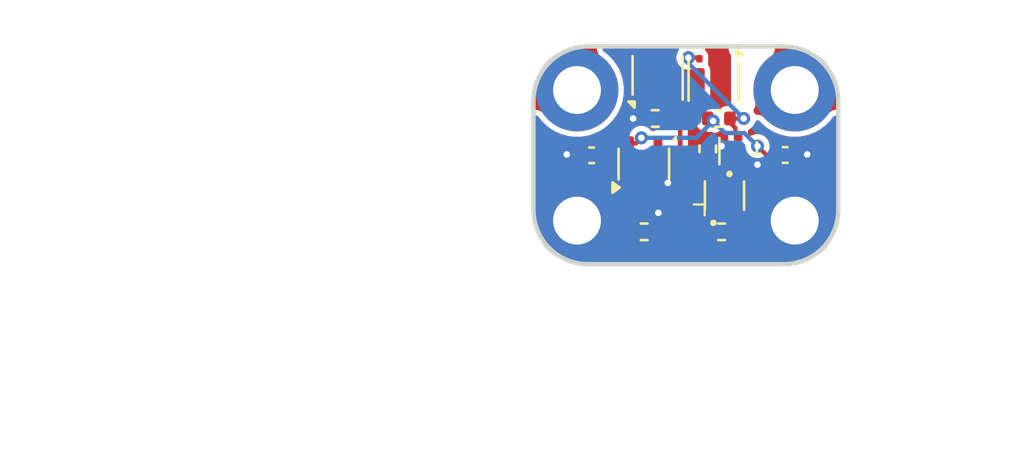
<source format=kicad_pcb>
(kicad_pcb (version 20241229) (generator "pcbnew") (generator_version "9.0")
  (layers (0 "F.Cu" signal) (2 "B.Cu" signal) (13 "F.Paste" user) (15 "B.Paste" user) (5 "F.SilkS" user "F.Silkscreen") (7 "B.SilkS" user "B.Silkscreen") (1 "F.Mask" user) (3 "B.Mask" user) (25 "Edge.Cuts" user))
  (net 0 "")
  (net 1 "GND")
  (net 2 "Net-(Q1-G)")
  (net 3 "+VSW")
  (net 4 "VDC")
  (net 5 "Net-(D1-A1)")
  (net 6 "Net-(D1-A2)")
  (net 7 "Net-(U2-D)")
  (net 8 "/HALL_OUT")
  (net 9 "Net-(D3-K)")
  (net 10 "+BATT")
  (net 11 "Net-(Q3-G)")
  (footprint "Package_TO_SOT_SMD:Vishay_PowerPAK_SC70-6L_Single" (layer "F.Cu") (at 167.879 61.635 90)
    (property "Reference" "Q1" (hide yes))
    (property "Value" "SiA449DJ")
    (fp_line (start -0.77 -1.15) (end 1 -1.15) (stroke (width 0.12)) (layer "F.SilkS"))
    (fp_line (start 1 1.15) (end -1 1.15) (stroke (width 0.12)) (layer "F.SilkS"))
    (fp_poly (pts (xy -1.09 -1.06) (xy -1.37 -1.06) (xy -1.09 -1.34) (xy -1.09 -1.06)) (stroke (width 0.12)) (fill yes) (layer "F.SilkS"))
    (pad "1" smd custom (at 0 -0.325 90) (size 1.5 0.95) (layers "F.Cu" "F.Mask") (net 10 "+BATT") (options (clearance outline) (anchor rect)) (primitives (gr_poly (pts (xy 1.1 -0.175) (xy -1.1 -0.175) (xy -1.1 -0.475) (xy 1.1 -0.475)) (width 0) (fill yes)) (gr_poly (pts (xy 1.1 0.475) (xy -1.1 0.475) (xy -1.1 0.175) (xy 1.1 0.175)) (width 0) (fill yes))))
    (pad "3" smd roundrect (at -0.925 0.65 90) (size 0.35 0.3) (layers "F.Cu" "F.Mask" "F.Paste") (net 2 "Net-(Q1-G)"))
    (pad "4" smd roundrect (at 0.04 0.65 90) (size 0.87 0.235) (layers "F.Cu" "F.Mask" "F.Paste") (net 4 "VDC"))
    (pad "4" smd roundrect (at 0.925 0.65 90) (size 0.35 0.3) (layers "F.Cu" "F.Mask" "F.Paste") (net 4 "VDC"))
  )
  (footprint "Package_TO_SOT_SMD:Vishay_PowerPAK_SC70-6L_Single" (layer "F.Cu") (at 170.449 61.682 -90)
    (property "Reference" "Q3" (hide yes))
    (property "Value" "SiA449DJ")
    (fp_line (start 1 1.15) (end -1 1.15) (stroke (width 0.12)) (layer "F.SilkS"))
    (fp_line (start -0.77 -1.15) (end 1 -1.15) (stroke (width 0.12)) (layer "F.SilkS"))
    (fp_poly (pts (xy -1.09 -1.06) (xy -1.37 -1.06) (xy -1.09 -1.34) (xy -1.09 -1.06)) (stroke (width 0.12)) (fill yes) (layer "F.SilkS"))
    (pad "1" smd custom (at 0 -0.325 270) (size 1.5 0.95) (layers "F.Cu" "F.Mask") (net 3 "+VSW") (options (clearance outline) (anchor rect)) (primitives (gr_poly (pts (xy 1.1 -0.175) (xy -1.1 -0.175) (xy -1.1 -0.475) (xy 1.1 -0.475)) (width 0) (fill yes)) (gr_poly (pts (xy 1.1 0.475) (xy -1.1 0.475) (xy -1.1 0.175) (xy 1.1 0.175)) (width 0) (fill yes))))
    (pad "3" smd roundrect (at -0.925 0.65 270) (size 0.35 0.3) (layers "F.Cu" "F.Mask" "F.Paste") (net 11 "Net-(Q3-G)"))
    (pad "4" smd roundrect (at 0.04 0.65 270) (size 0.87 0.235) (layers "F.Cu" "F.Mask" "F.Paste") (net 4 "VDC"))
    (pad "4" smd roundrect (at 0.925 0.65 270) (size 0.35 0.3) (layers "F.Cu" "F.Mask" "F.Paste") (net 4 "VDC"))
  )
  (footprint "Resistor_SMD:R_0402_1005Metric" (layer "F.Cu") (at 170.815 68.707)
    (property "Reference" "R2" (hide yes))
    (property "Value" "1k")
    (fp_line (start -0.153641 -0.38) (end 0.153641 -0.38) (stroke (width 0.12)) (layer "F.SilkS"))
    (fp_line (start -0.153641 0.38) (end 0.153641 0.38) (stroke (width 0.12)) (layer "F.SilkS"))
    (pad "1" smd roundrect (at -0.51 0) (size 0.54 0.64) (layers "F.Cu" "F.Mask" "F.Paste") (net 6 "Net-(D1-A2)"))
    (pad "2" smd roundrect (at 0.51 0) (size 0.54 0.64) (layers "F.Cu" "F.Mask" "F.Paste") (net 8 "/HALL_OUT"))
  )
  (footprint "Resistor_SMD:R_0402_1005Metric" (layer "F.Cu") (at 167.259 68.707 180)
    (property "Reference" "R4" (hide yes))
    (property "Value" "1k")
    (fp_line (start -0.153641 0.38) (end 0.153641 0.38) (stroke (width 0.12)) (layer "F.SilkS"))
    (fp_line (start -0.153641 -0.38) (end 0.153641 -0.38) (stroke (width 0.12)) (layer "F.SilkS"))
    (pad "1" smd roundrect (at -0.51 0 180) (size 0.54 0.64) (layers "F.Cu" "F.Mask" "F.Paste") (net 5 "Net-(D1-A1)"))
    (pad "2" smd roundrect (at 0.51 0 180) (size 0.54 0.64) (layers "F.Cu" "F.Mask" "F.Paste") (net 7 "Net-(U2-D)"))
  )
  (footprint "Package_TO_SOT_SMD:SOT-523" (layer "F.Cu") (at 170.95 67.046 90)
    (property "Reference" "D3" (hide yes))
    (property "Value" "BAT54CT")
    (fp_line (start 0.65 -0.9) (end -0.65 -0.9) (stroke (width 0.12)) (layer "F.SilkS"))
    (fp_line (start 0.65 0.9) (end -0.65 0.9) (stroke (width 0.12)) (layer "F.SilkS"))
    (fp_circle (center -1.25 -0.51) (end -1.1 -0.51) (fill yes) (layer "F.SilkS"))
    (pad "1" smd roundrect (at -0.645 -0.5 270) (size 0.51 0.4) (layers "F.Cu" "F.Mask" "F.Paste") (net 8 "/HALL_OUT"))
    (pad "2" smd roundrect (at -0.645 0.5 270) (size 0.51 0.4) (layers "F.Cu" "F.Mask" "F.Paste") (net 7 "Net-(U2-D)"))
    (pad "3" smd roundrect (at 0.645 0 270) (size 0.51 0.4) (layers "F.Cu" "F.Mask" "F.Paste") (net 9 "Net-(D3-K)"))
  )
  (footprint "MountingHole:MountingHole_2.2mm_M2_DIN965_Pad" (layer "F.Cu") (at 174.176 62.192)
    (property "Reference" "J3" (hide yes))
    (property "Value" "V_OUT")
    (pad "1" thru_hole circle (at 0 0) (size 3.8 3.8) (drill 2.2) (layers "*.Cu" "*.Mask") (net 3 "+VSW"))
  )
  (footprint "MountingHole:MountingHole_2.2mm_M2_DIN965_Pad" (layer "F.Cu") (at 164.176 68.192)
    (property "Reference" "J2" (hide yes))
    (property "Value" "GND_IN")
    (pad "1" thru_hole circle (at 0 0) (size 3.8 3.8) (drill 2.2) (layers "*.Cu" "*.Mask") (net 1 "GND"))
  )
  (footprint "Package_TO_SOT_SMD:SOT-353_SC-70-5" (layer "F.Cu") (at 167.244 65.593 90)
    (property "Reference" "U2" (hide yes))
    (property "Value" "74LVC1G80")
    (fp_line (start -0.71 -1.16) (end 0.7 -1.16) (stroke (width 0.12)) (layer "F.SilkS"))
    (fp_line (start -0.7 1.16) (end 0.7 1.16) (stroke (width 0.12)) (layer "F.SilkS"))
    (fp_poly (pts (xy -1.08 -1.11) (xy -1.32 -1.44) (xy -0.84 -1.44) (xy -1.08 -1.11)) (stroke (width 0.12)) (fill yes) (layer "F.SilkS"))
    (pad "1" smd roundrect (at -0.95 -0.65 90) (size 0.65 0.4) (layers "F.Cu" "F.Mask" "F.Paste") (net 7 "Net-(U2-D)"))
    (pad "2" smd roundrect (at -0.95 0 90) (size 0.65 0.4) (layers "F.Cu" "F.Mask" "F.Paste") (net 8 "/HALL_OUT"))
    (pad "3" smd roundrect (at -0.95 0.65 90) (size 0.65 0.4) (layers "F.Cu" "F.Mask" "F.Paste") (net 1 "GND"))
    (pad "4" smd roundrect (at 0.95 0.65 90) (size 0.65 0.4) (layers "F.Cu" "F.Mask" "F.Paste") (net 7 "Net-(U2-D)"))
    (pad "5" smd roundrect (at 0.95 -0.65 90) (size 0.65 0.4) (layers "F.Cu" "F.Mask" "F.Paste") (net 4 "VDC"))
  )
  (footprint "Footprints:LED_SMT_DUAL_1615" (layer "F.Cu") (at 169.037 68.453 -90)
    (property "Reference" "D1" (hide yes))
    (property "Value" "XL-1615SURUGC")
    (fp_line (start -1 -1) (end -1 -0.5) (stroke (width 0.1)) (layer "F.SilkS"))
    (fp_line (start -0.5 -1) (end -1 -1) (stroke (width 0.1)) (layer "F.SilkS"))
    (pad "1" smd roundrect (at -0.625 -0.475 270) (size 0.45 0.65) (layers "F.Cu" "F.Mask" "F.Paste") (roundrect_rratio 0.15) (net 1 "GND"))
    (pad "2" smd roundrect (at -0.625 0.475 270) (size 0.45 0.65) (layers "F.Cu" "F.Mask" "F.Paste") (roundrect_rratio 0.15) (net 1 "GND"))
    (pad "3" smd roundrect (at 0.625 0.475 270) (size 0.45 0.65) (layers "F.Cu" "F.Mask" "F.Paste") (roundrect_rratio 0.15) (net 5 "Net-(D1-A1)"))
    (pad "4" smd roundrect (at 0.625 -0.475 270) (size 0.45 0.65) (layers "F.Cu" "F.Mask" "F.Paste") (roundrect_rratio 0.15) (net 6 "Net-(D1-A2)"))
  )
  (footprint "MountingHole:MountingHole_2.2mm_M2_DIN965_Pad" (layer "F.Cu") (at 164.176 62.192)
    (property "Reference" "J1" (hide yes))
    (property "Value" "V_IN")
    (pad "1" thru_hole circle (at 0 0) (size 3.8 3.8) (drill 2.2) (layers "*.Cu" "*.Mask") (net 10 "+BATT"))
  )
  (footprint "MountingHole:MountingHole_2.2mm_M2_DIN965_Pad" (layer "F.Cu") (at 174.176 68.192)
    (property "Reference" "J4" (hide yes))
    (property "Value" "GND_OUT")
    (pad "1" thru_hole circle (at 0 0) (size 3.8 3.8) (drill 2.2) (layers "*.Cu" "*.Mask") (net 1 "GND"))
  )
  (footprint "Package_TO_SOT_SMD:SOT-723" (layer "F.Cu") (at 171.577 64.897 90)
    (property "Reference" "Q4" (hide yes))
    (property "Value" "RUM002N02T2L")
    (fp_line (start 0.5 -0.86) (end -0.7 -0.86) (stroke (width 0.12)) (layer "F.SilkS"))
    (fp_line (start 0.3 0.86) (end -0.3 0.86) (stroke (width 0.12)) (layer "F.SilkS"))
    (fp_circle (center -1.15 -0.4) (end -1 -0.4) (fill yes) (layer "F.SilkS"))
    (pad "1" smd roundrect (at -0.575 -0.4 90) (size 0.45 0.4) (layers "F.Cu" "F.Mask" "F.Paste") (net 9 "Net-(D3-K)"))
    (pad "2" smd roundrect (at -0.575 0.4 90) (size 0.45 0.4) (layers "F.Cu" "F.Mask" "F.Paste") (net 1 "GND"))
    (pad "3" smd roundrect (at 0.575 0 90) (size 0.45 0.4) (layers "F.Cu" "F.Mask" "F.Paste") (net 11 "Net-(Q3-G)"))
  )
  (footprint "Resistor_SMD:R_0402_1005Metric" (layer "F.Cu") (at 167.767 63.5 180)
    (property "Reference" "R1" (hide yes))
    (property "Value" "100k")
    (fp_line (start -0.153641 0.38) (end 0.153641 0.38) (stroke (width 0.12)) (layer "F.SilkS"))
    (fp_line (start -0.153641 -0.38) (end 0.153641 -0.38) (stroke (width 0.12)) (layer "F.SilkS"))
    (pad "1" smd roundrect (at -0.51 0 180) (size 0.54 0.64) (layers "F.Cu" "F.Mask" "F.Paste") (net 2 "Net-(Q1-G)"))
    (pad "2" smd roundrect (at 0.51 0 180) (size 0.54 0.64) (layers "F.Cu" "F.Mask" "F.Paste") (net 1 "GND"))
  )
  (footprint "Footprints:X2SON_4_EP" (layer "F.Cu") (at 169.164 65.405)
    (property "Reference" "U1" (hide yes))
    (property "Value" "DRV5012")
    (fp_line (start -0.55 -0.95) (end -0.45 -0.95) (stroke (width 0.1)) (layer "F.SilkS"))
    (fp_line (start -0.45 -1.05) (end -0.55 -0.95) (stroke (width 0.1)) (layer "F.SilkS"))
    (fp_line (start -0.45 -0.95) (end -0.45 -1.05) (stroke (width 0.1)) (layer "F.SilkS"))
    (pad "1" smd roundrect (at -0.25 -0.7) (size 0.22 0.4) (layers "F.Cu" "F.Mask" "F.Paste") (net 4 "VDC"))
    (pad "2" smd roundrect (at -0.25 0.7) (size 0.22 0.4) (layers "F.Cu" "F.Mask" "F.Paste") (net 1 "GND"))
    (pad "3" smd roundrect (at 0.25 0.7) (size 0.22 0.4) (layers "F.Cu" "F.Mask" "F.Paste") (net 8 "/HALL_OUT"))
    (pad "4" smd roundrect (at 0.25 -0.7) (size 0.22 0.4) (layers "F.Cu" "F.Mask" "F.Paste") (net 1 "GND"))
    (pad "5" smd roundrect (at 0 0) (size 0.8 0.6) (layers "F.Cu" "F.Mask" "F.Paste") (net 1 "GND"))
  )
  (footprint "Resistor_SMD:R_0402_1005Metric" (layer "F.Cu") (at 170.18 64.897 90)
    (property "Reference" "R6" (hide yes))
    (property "Value" "100k")
    (fp_line (start -0.153641 -0.38) (end 0.153641 -0.38) (stroke (width 0.12)) (layer "F.SilkS"))
    (fp_line (start -0.153641 0.38) (end 0.153641 0.38) (stroke (width 0.12)) (layer "F.SilkS"))
    (pad "1" smd roundrect (at -0.51 0 90) (size 0.54 0.64) (layers "F.Cu" "F.Mask" "F.Paste") (net 9 "Net-(D3-K)"))
    (pad "2" smd roundrect (at 0.51 0 90) (size 0.54 0.64) (layers "F.Cu" "F.Mask" "F.Paste") (net 1 "GND"))
  )
  (footprint "Capacitor_SMD:C_0402_1005Metric" (layer "F.Cu") (at 164.846 65.192 180)
    (property "Reference" "C2" (hide yes))
    (property "Value" "100n")
    (fp_line (start -0.107836 0.36) (end 0.107836 0.36) (stroke (width 0.12)) (layer "F.SilkS"))
    (fp_line (start -0.107836 -0.36) (end 0.107836 -0.36) (stroke (width 0.12)) (layer "F.SilkS"))
    (pad "1" smd roundrect (at -0.48 0 180) (size 0.56 0.62) (layers "F.Cu" "F.Mask" "F.Paste") (net 4 "VDC"))
    (pad "2" smd roundrect (at 0.48 0 180) (size 0.56 0.62) (layers "F.Cu" "F.Mask" "F.Paste") (net 1 "GND"))
  )
  (footprint "Resistor_SMD:R_0402_1005Metric" (layer "F.Cu") (at 170.688 63.5)
    (property "Reference" "R5" (hide yes))
    (property "Value" "100k")
    (fp_line (start -0.153641 -0.38) (end 0.153641 -0.38) (stroke (width 0.12)) (layer "F.SilkS"))
    (fp_line (start -0.153641 0.38) (end 0.153641 0.38) (stroke (width 0.12)) (layer "F.SilkS"))
    (pad "1" smd roundrect (at -0.51 0) (size 0.54 0.64) (layers "F.Cu" "F.Mask" "F.Paste") (net 4 "VDC"))
    (pad "2" smd roundrect (at 0.51 0) (size 0.54 0.64) (layers "F.Cu" "F.Mask" "F.Paste") (net 11 "Net-(Q3-G)"))
  )
  (footprint "Capacitor_SMD:C_0402_1005Metric" (layer "F.Cu") (at 173.736 65.179)
    (property "Reference" "C1" (hide yes))
    (property "Value" "2u2")
    (fp_line (start -0.107836 -0.36) (end 0.107836 -0.36) (stroke (width 0.12)) (layer "F.SilkS"))
    (fp_line (start -0.107836 0.36) (end 0.107836 0.36) (stroke (width 0.12)) (layer "F.SilkS"))
    (pad "1" smd roundrect (at -0.48 0) (size 0.56 0.62) (layers "F.Cu" "F.Mask" "F.Paste") (net 4 "VDC"))
    (pad "2" smd roundrect (at 0.48 0) (size 0.56 0.62) (layers "F.Cu" "F.Mask" "F.Paste") (net 1 "GND"))
  )
  (gr_line (start 164.676 60.192) (end 173.676 60.192) (stroke (width 0.2)) (layer "Edge.Cuts"))
  (gr_line (start 176.176 62.692) (end 176.176 67.692) (stroke (width 0.2)) (layer "Edge.Cuts"))
  (gr_arc (start 164.676 70.192) (mid 162.908233 69.459767) (end 162.176 67.692) (stroke (width 0.2)) (layer "Edge.Cuts"))
  (gr_line (start 173.676 70.192) (end 164.676 70.192) (stroke (width 0.2)) (layer "Edge.Cuts"))
  (gr_line (start 162.176 67.692) (end 162.176 62.692) (stroke (width 0.2)) (layer "Edge.Cuts"))
  (gr_arc (start 173.676 60.192) (mid 175.443767 60.924233) (end 176.176 62.692) (stroke (width 0.2)) (layer "Edge.Cuts"))
  (gr_arc (start 162.176 62.692) (mid 162.908233 60.924233) (end 164.676 60.192) (stroke (width 0.2)) (layer "Edge.Cuts"))
  (gr_arc (start 176.176 67.692) (mid 175.443767 69.459767) (end 173.676 70.192) (stroke (width 0.2)) (layer "Edge.Cuts"))
  (segment (start 170.18 64.387) (end 170.18 64.389) (width 0.2) (layer "F.Cu") (net 1))
  (segment (start 171.977 65.472) (end 172.317997 65.472) (width 0.2) (layer "F.Cu") (net 1))
  (segment (start 164.366 65.192) (end 163.744 65.192) (width 0.2) (layer "F.Cu") (net 1))
  (segment (start 167.894 66.543) (end 168.261744 66.543) (width 0.2) (layer "F.Cu") (net 1))
  (segment (start 168.914 66.105) (end 168.914 65.655) (width 0.2) (layer "F.Cu") (net 1))
  (segment (start 170.432 64.387) (end 170.815 64.77) (width 0.2) (layer "F.Cu") (net 1))
  (segment (start 168.562 67.828) (end 167.919056 67.828) (width 0.2) (layer "F.Cu") (net 1))
  (segment (start 169.414 64.705) (end 169.414 65.155) (width 0.2) (layer "F.Cu") (net 1))
  (segment (start 167.257 63.5) (end 166.751 63.5) (width 0.2) (layer "F.Cu") (net 1))
  (segment (start 172.317997 65.472) (end 172.466 65.620003) (width 0.2) (layer "F.Cu") (net 1))
  (segment (start 170.18 64.389) (end 169.164 65.405) (width 0.2) (layer "F.Cu") (net 1))
  (segment (start 170.18 64.387) (end 170.432 64.387) (width 0.2) (layer "F.Cu") (net 1))
  (segment (start 174.216 65.179) (end 174.724 65.179) (width 0.2) (layer "F.Cu") (net 1))
  (segment (start 168.914 65.655) (end 169.164 65.405) (width 0.2) (layer "F.Cu") (net 1))
  (segment (start 168.261744 66.543) (end 168.343872 66.460872) (width 0.2) (layer "F.Cu") (net 1))
  (segment (start 169.414 65.155) (end 169.164 65.405) (width 0.2) (layer "F.Cu") (net 1))
  (segment (start 174.724 65.179) (end 174.752 65.151) (width 0.2) (layer "F.Cu") (net 1))
  (segment (start 169.512 67.828) (end 168.562 67.828) (width 0.2) (layer "F.Cu") (net 1))
  (segment (start 163.744 65.192) (end 163.703 65.151) (width 0.2) (layer "F.Cu") (net 1))
  (segment (start 167.919056 67.828) (end 167.910056 67.837) (width 0.2) (layer "F.Cu") (net 1))
  (via (at 170.815 64.77) (size 0.6) (drill 0.3) (layers "F.Cu" "B.Cu") (net 1))
  (via (at 167.910056 67.837) (size 0.6) (drill 0.3) (layers "F.Cu" "B.Cu") (net 1))
  (via (at 174.752 65.151) (size 0.6) (drill 0.3) (layers "F.Cu" "B.Cu") (net 1))
  (via (at 163.703 65.151) (size 0.6) (drill 0.3) (layers "F.Cu" "B.Cu") (net 1))
  (via (at 168.343872 66.460872) (size 0.6) (drill 0.3) (layers "F.Cu" "B.Cu") (net 1))
  (via (at 166.751 63.5) (size 0.6) (drill 0.3) (layers "F.Cu" "B.Cu") (net 1))
  (via (at 172.466 65.620003) (size 0.6) (drill 0.3) (layers "F.Cu" "B.Cu") (net 1))
  (segment (start 168.529 62.734999) (end 168.277 62.986999) (width 0.2) (layer "F.Cu") (net 2))
  (segment (start 168.529 62.56) (end 168.529 62.734999) (width 0.2) (layer "F.Cu") (net 2))
  (segment (start 168.277 62.986999) (end 168.277 63.5) (width 0.2) (layer "F.Cu") (net 2))
  (segment (start 169.799 62.607) (end 169.799 63.121) (width 0.2) (layer "F.Cu") (net 4))
  (segment (start 173.256 65.179) (end 172.875 65.179) (width 0.2) (layer "F.Cu") (net 4))
  (segment (start 168.914 63.115) (end 169.422 62.607) (width 0.2) (layer "F.Cu") (net 4))
  (segment (start 165.326 65.192) (end 166.045 65.192) (width 0.2) (layer "F.Cu") (net 4))
  (segment (start 169.422 62.607) (end 169.799 62.607) (width 0.2) (layer "F.Cu") (net 4))
  (segment (start 169.799 63.121) (end 170.178 63.5) (width 0.2) (layer "F.Cu") (net 4))
  (segment (start 166.045 65.192) (end 166.594 64.643) (width 0.2) (layer "F.Cu") (net 4))
  (segment (start 166.594 64.643) (end 166.878 64.643) (width 0.2) (layer "F.Cu") (net 4))
  (segment (start 168.914 64.705) (end 168.914 63.115) (width 0.2) (layer "F.Cu") (net 4))
  (segment (start 166.878 64.643) (end 167.132 64.389) (width 0.2) (layer "F.Cu") (net 4))
  (segment (start 172.875 65.179) (end 172.466 64.77) (width 0.2) (layer "F.Cu") (net 4))
  (via (at 172.466 64.77) (size 0.6) (drill 0.3) (layers "F.Cu" "B.Cu") (net 4))
  (via (at 170.428 63.616009) (size 0.6) (drill 0.3) (layers "F.Cu" "B.Cu") (net 4))
  (via (at 167.132 64.389) (size 0.6) (drill 0.3) (layers "F.Cu" "B.Cu") (net 4))
  (segment (start 170.980991 64.169) (end 170.428 63.616009) (width 0.2) (layer "B.Cu") (net 4))
  (segment (start 172.466 64.77) (end 171.865 64.169) (width 0.2) (layer "B.Cu") (net 4))
  (segment (start 169.655009 64.389) (end 170.428 63.616009) (width 0.2) (layer "B.Cu") (net 4))
  (segment (start 171.865 64.169) (end 170.980991 64.169) (width 0.2) (layer "B.Cu") (net 4))
  (segment (start 167.132 64.389) (end 169.655009 64.389) (width 0.2) (layer "B.Cu") (net 4))
  (segment (start 167.886 68.824) (end 167.769 68.707) (width 0.2) (layer "F.Cu") (net 5))
  (segment (start 168.308 68.824) (end 167.886 68.824) (width 0.2) (layer "F.Cu") (net 5))
  (segment (start 168.562 69.078) (end 168.308 68.824) (width 0.2) (layer "F.Cu") (net 5))
  (segment (start 169.512 69.078) (end 169.766 68.824) (width 0.2) (layer "F.Cu") (net 6))
  (segment (start 169.766 68.824) (end 170.188 68.824) (width 0.2) (layer "F.Cu") (net 6))
  (segment (start 170.188 68.824) (end 170.305 68.707) (width 0.2) (layer "F.Cu") (net 6))
  (segment (start 166.594 68.552) (end 166.594 66.543) (width 0.2) (layer "F.Cu") (net 7))
  (segment (start 171.45 67.691) (end 171.896 68.137) (width 0.2) (layer "F.Cu") (net 7))
  (segment (start 171.896 69.07634) (end 171.24934 69.723) (width 0.2) (layer "F.Cu") (net 7))
  (segment (start 167.765 69.723) (end 166.749 68.707) (width 0.2) (layer "F.Cu") (net 7))
  (segment (start 167.894 64.643) (end 166.594 65.943) (width 0.2) (layer "F.Cu") (net 7))
  (segment (start 171.24934 69.723) (end 167.765 69.723) (width 0.2) (layer "F.Cu") (net 7))
  (segment (start 166.749 68.707) (end 166.594 68.552) (width 0.2) (layer "F.Cu") (net 7))
  (segment (start 171.896 68.137) (end 171.896 69.07634) (width 0.2) (layer "F.Cu") (net 7))
  (segment (start 166.594 65.943) (end 166.594 66.543) (width 0.2) (layer "F.Cu") (net 7))
  (segment (start 167.244 66.543) (end 167.244 66.78787) (width 0.2) (layer "F.Cu") (net 8))
  (segment (start 169.414 66.105) (end 169.414 66.655) (width 0.2) (layer "F.Cu") (net 8))
  (segment (start 171.325 68.707) (end 171.325 68.566) (width 0.2) (layer "F.Cu") (net 8))
  (segment (start 167.244 66.78787) (end 167.62513 67.169) (width 0.2) (layer "F.Cu") (net 8))
  (segment (start 168.9 67.169) (end 169.414 66.655) (width 0.2) (layer "F.Cu") (net 8))
  (segment (start 167.62513 67.169) (end 168.9 67.169) (width 0.2) (layer "F.Cu") (net 8))
  (segment (start 171.325 68.566) (end 170.45 67.691) (width 0.2) (layer "F.Cu") (net 8))
  (segment (start 169.414 66.655) (end 170.45 67.691) (width 0.2) (layer "F.Cu") (net 8))
  (segment (start 170.245 65.472) (end 170.18 65.407) (width 0.2) (layer "F.Cu") (net 9))
  (segment (start 171.177 65.472) (end 170.245 65.472) (width 0.2) (layer "F.Cu") (net 9))
  (segment (start 171.177 66.174) (end 170.95 66.401) (width 0.2) (layer "F.Cu") (net 9))
  (segment (start 171.177 65.472) (end 171.177 66.174) (width 0.2) (layer "F.Cu") (net 9))
  (segment (start 171.198 63.5) (end 171.831 63.5) (width 0.2) (layer "F.Cu") (net 11))
  (segment (start 171.198 63.5) (end 171.198 63.685) (width 0.2) (layer "F.Cu") (net 11))
  (segment (start 171.198 63.685) (end 171.45 63.937) (width 0.2) (layer "F.Cu") (net 11))
  (segment (start 169.748 60.706) (end 169.799 60.757) (width 0.2) (layer "F.Cu") (net 11))
  (segment (start 169.291 60.706) (end 169.748 60.706) (width 0.2) (layer "F.Cu") (net 11))
  (segment (start 171.45 63.937) (end 171.45 64.195) (width 0.2) (layer "F.Cu") (net 11))
  (segment (start 171.45 64.195) (end 171.577 64.322) (width 0.2) (layer "F.Cu") (net 11))
  (via (at 171.831 63.5) (size 0.6) (drill 0.3) (layers "F.Cu" "B.Cu") (net 11))
  (via (at 169.291 60.706) (size 0.6) (drill 0.3) (layers "F.Cu" "B.Cu") (net 11))
  (segment (start 169.291 60.96) (end 169.291 60.706) (width 0.2) (layer "B.Cu") (net 11))
  (segment (start 171.831 63.5) (end 169.291 60.96) (width 0.2) (layer "B.Cu") (net 11))
  (zone (net 3) (net_name "+VSW") (layer "F.Cu") (priority 2) (connect_pads (clearance 0.25)) (min_thickness 0.25) (fill yes (thermal_gap 0.5) (thermal_bridge_width 0.5))
    (polygon (pts (xy 176.276 60.198) (xy 169.926 60.198) (xy 169.926 64.516) (xy 176.276 64.516)))
  )
  (zone (net 4) (net_name "VDC") (layer "F.Cu") (priority 7) (connect_pads yes (clearance 0.25)) (min_thickness 0.25) (fill yes (thermal_gap 0.5) (thermal_bridge_width 0.5))
    (polygon (pts (xy 168.275 60.325) (xy 170.053 60.325) (xy 170.053 62.992) (xy 168.275 62.992)))
  )
  (zone (net 10) (net_name "+BATT") (layer "F.Cu") (connect_pads (clearance 0.25)) (min_thickness 0.25) (fill yes (thermal_gap 0.5) (thermal_bridge_width 0.5))
    (polygon (pts (xy 161.544 60.071) (xy 168.275 60.071) (xy 168.275 64.516) (xy 161.544 64.516)))
  )
  (zone (net 1) (net_name "GND") (layers "F.Cu" "B.Cu") (priority 3) (connect_pads yes (clearance 0.25)) (min_thickness 0.25) (fill yes (thermal_gap 0.5) (thermal_bridge_width 0.5))
    (polygon (pts (xy 161.544 60.071) (xy 176.276 60.198) (xy 176.276 70.612) (xy 161.544 70.485)))
  )
)
</source>
